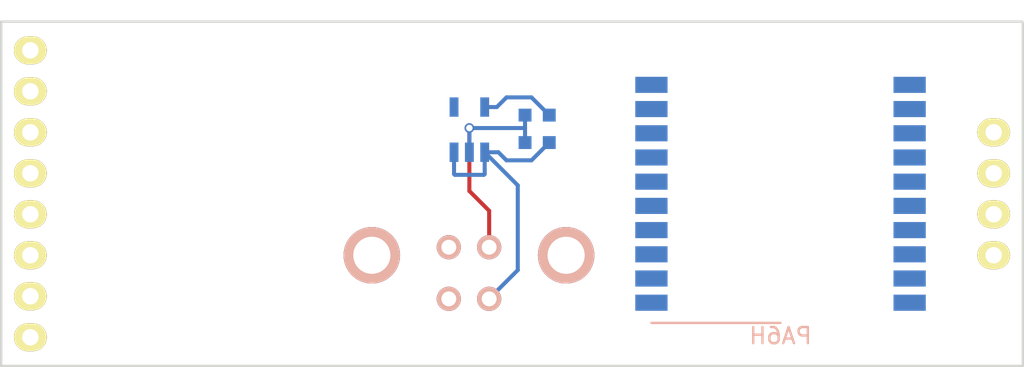
<source format=kicad_pcb>
(kicad_pcb (version 4) (host pcbnew 4.0.7-e2-6376~58~ubuntu16.04.1)

  (general
    (links 0)
    (no_connects 0)
    (area 83.622999 71.529 147.263001 94.939001)
    (thickness 1.6)
    (drawings 5)
    (tracks 27)
    (zones 0)
    (modules 7)
    (nets 1)
  )

  (page A4)
  (layers
    (0 F.Cu signal)
    (31 B.Cu signal)
    (32 B.Adhes user)
    (33 F.Adhes user)
    (34 B.Paste user)
    (35 F.Paste user)
    (36 B.SilkS user)
    (37 F.SilkS user)
    (38 B.Mask user)
    (39 F.Mask user)
    (40 Dwgs.User user)
    (41 Cmts.User user)
    (42 Eco1.User user)
    (43 Eco2.User user)
    (44 Edge.Cuts user)
    (45 Margin user)
    (46 B.CrtYd user)
    (47 F.CrtYd user)
    (48 B.Fab user)
    (49 F.Fab user)
  )

  (setup
    (last_trace_width 0.25)
    (trace_clearance 0.2)
    (zone_clearance 0.508)
    (zone_45_only no)
    (trace_min 0.2)
    (segment_width 0.2)
    (edge_width 0.15)
    (via_size 0.6)
    (via_drill 0.4)
    (via_min_size 0.4)
    (via_min_drill 0.3)
    (uvia_size 0.3)
    (uvia_drill 0.1)
    (uvias_allowed no)
    (uvia_min_size 0.2)
    (uvia_min_drill 0.1)
    (pcb_text_width 0.3)
    (pcb_text_size 1.5 1.5)
    (mod_edge_width 0.15)
    (mod_text_size 1 1)
    (mod_text_width 0.15)
    (pad_size 1.524 1.524)
    (pad_drill 0.762)
    (pad_to_mask_clearance 0.2)
    (aux_axis_origin 0 0)
    (visible_elements FFFFFF7F)
    (pcbplotparams
      (layerselection 0x00030_80000001)
      (usegerberextensions false)
      (excludeedgelayer true)
      (linewidth 0.100000)
      (plotframeref false)
      (viasonmask false)
      (mode 1)
      (useauxorigin false)
      (hpglpennumber 1)
      (hpglpenspeed 20)
      (hpglpendiameter 15)
      (hpglpenoverlay 2)
      (psnegative false)
      (psa4output false)
      (plotreference true)
      (plotvalue true)
      (plotinvisibletext false)
      (padsonsilk false)
      (subtractmaskfromsilk false)
      (outputformat 1)
      (mirror false)
      (drillshape 1)
      (scaleselection 1)
      (outputdirectory ""))
  )

  (net 0 "")

  (net_class Default "This is the default net class."
    (clearance 0.2)
    (trace_width 0.25)
    (via_dia 0.6)
    (via_drill 0.4)
    (uvia_dia 0.3)
    (uvia_drill 0.1)
  )

  (module 00my_modules:Wurth_61400413321_usb (layer B.Cu) (tedit 0) (tstamp 5B061CFA)
    (at 112.776 87.884)
    (descr Wurth_61400413321)
    (tags usb)
    (fp_text reference "" (at 0 1) (layer B.SilkS)
      (effects (font (size 0.5 0.5) (thickness 0.01)) (justify mirror))
    )
    (fp_text value "" (at 0 -1) (layer B.Fab)
      (effects (font (size 0.5 0.5) (thickness 0.01)) (justify mirror))
    )
    (fp_text user USB (at 0 0.9) (layer B.Fab)
      (effects (font (size 1 1) (thickness 0.15)) (justify mirror))
    )
    (fp_line (start -6.1 -4.72) (end -6.1 6.48) (layer B.CrtYd) (width 0.05))
    (fp_line (start 6.1 -4.72) (end 6.1 6.48) (layer B.CrtYd) (width 0.05))
    (fp_line (start -6.1 6.48) (end 6.1 6.48) (layer B.CrtYd) (width 0.05))
    (fp_line (start -6.1 -4.72) (end 6.1 -4.72) (layer B.CrtYd) (width 0.05))
    (pad V thru_hole circle (at 1.25 2.7) (size 1.5 1.5) (drill 0.92) (layers *.Cu *.Mask B.SilkS))
    (pad - thru_hole circle (at -1.25 2.7) (size 1.5 1.5) (drill 0.92) (layers *.Cu *.Mask B.SilkS))
    (pad + thru_hole circle (at -1.25 -0.5) (size 1.5 1.5) (drill 0.92) (layers *.Cu *.Mask B.SilkS))
    (pad G thru_hole circle (at 1.25 -0.5) (size 1.5 1.5) (drill 0.92) (layers *.Cu *.Mask B.SilkS))
    (pad X thru_hole circle (at 6.02 0) (size 3.5 3.5) (drill 2.3) (layers *.Cu *.Mask B.SilkS))
    (pad X thru_hole circle (at -6.02 0) (size 3.5 3.5) (drill 2.3) (layers *.Cu *.Mask B.SilkS))
  )

  (module 00my_modules:R_0603 (layer B.Cu) (tedit 5B061CA7) (tstamp 5B06230F)
    (at 117 79.2)
    (descr R0603)
    (tags "resistor capacitor led 0603")
    (attr smd)
    (fp_text reference "" (at 0 0) (layer B.SilkS)
      (effects (font (size 0.5 0.5) (thickness 0.1)) (justify mirror))
    )
    (fp_text value C (at 0 0) (layer B.Fab)
      (effects (font (size 0.5 0.5) (thickness 0.01)) (justify mirror))
    )
    (fp_line (start -1.2 0.45) (end 1.2 0.45) (layer B.CrtYd) (width 0.01))
    (fp_line (start -1.2 -0.45) (end 1.2 -0.45) (layer B.CrtYd) (width 0.01))
    (fp_line (start -1.2 0.45) (end -1.2 -0.45) (layer B.CrtYd) (width 0.01))
    (fp_line (start 1.2 0.45) (end 1.2 -0.45) (layer B.CrtYd) (width 0.01))
    (pad 1 smd rect (at -0.75 0) (size 0.8 0.8) (layers B.Cu B.Paste B.Mask))
    (pad 2 smd rect (at 0.75 0) (size 0.8 0.8) (layers B.Cu B.Paste B.Mask))
  )

  (module 00my_modules:Pin_Header_Straight_1x08 (layer F.Cu) (tedit 0) (tstamp 5AE919B3)
    (at 85.598 75.184)
    (descr "Through hole pin header")
    (tags "pin header")
    (fp_text reference "" (at 0 -2.4) (layer F.SilkS)
      (effects (font (size 0.5 0.5) (thickness 0.01)))
    )
    (fp_text value "" (at 0 -3.1) (layer F.Fab)
      (effects (font (size 0.5 0.5) (thickness 0.01)))
    )
    (fp_line (start -1.75 -1.75) (end -1.75 19.53) (layer F.CrtYd) (width 0.05))
    (fp_line (start 1.75 -1.75) (end 1.75 19.53) (layer F.CrtYd) (width 0.05))
    (fp_line (start -1.75 -1.75) (end 1.75 -1.75) (layer F.CrtYd) (width 0.05))
    (fp_line (start -1.75 19.53) (end 1.75 19.53) (layer F.CrtYd) (width 0.05))
    (pad 1 thru_hole oval (at 0 0) (size 2.032 1.7272) (drill 1.016) (layers *.Cu *.Mask F.SilkS))
    (pad 2 thru_hole oval (at 0 2.54) (size 2.032 1.7272) (drill 1.016) (layers *.Cu *.Mask F.SilkS))
    (pad 3 thru_hole oval (at 0 5.08) (size 2.032 1.7272) (drill 1.016) (layers *.Cu *.Mask F.SilkS))
    (pad 4 thru_hole oval (at 0 7.62) (size 2.032 1.7272) (drill 1.016) (layers *.Cu *.Mask F.SilkS))
    (pad 5 thru_hole oval (at 0 10.16) (size 2.032 1.7272) (drill 1.016) (layers *.Cu *.Mask F.SilkS))
    (pad 6 thru_hole oval (at 0 12.7) (size 2.032 1.7272) (drill 1.016) (layers *.Cu *.Mask F.SilkS))
    (pad 7 thru_hole oval (at 0 15.24) (size 2.032 1.7272) (drill 1.016) (layers *.Cu *.Mask F.SilkS))
    (pad 8 thru_hole oval (at 0 17.78) (size 2.032 1.7272) (drill 1.016) (layers *.Cu *.Mask F.SilkS))
  )

  (module 00my_modules:Pin_Header_Straight_1x04 (layer F.Cu) (tedit 0) (tstamp 5AE9170B)
    (at 145.288 80.264)
    (descr "Through hole pin header")
    (tags "pin header")
    (fp_text reference "" (at 0 -2.4) (layer F.SilkS)
      (effects (font (size 0.5 0.5) (thickness 0.01)))
    )
    (fp_text value "" (at 0 -3.1) (layer F.Fab)
      (effects (font (size 0.5 0.5) (thickness 0.01)))
    )
    (fp_line (start -1.75 -1.75) (end -1.75 9.37) (layer F.CrtYd) (width 0.05))
    (fp_line (start 1.75 -1.75) (end 1.75 9.37) (layer F.CrtYd) (width 0.05))
    (fp_line (start -1.75 -1.75) (end 1.75 -1.75) (layer F.CrtYd) (width 0.05))
    (fp_line (start -1.75 9.37) (end 1.75 9.37) (layer F.CrtYd) (width 0.05))
    (pad 1 thru_hole oval (at 0 0) (size 2.032 1.7272) (drill 1.016) (layers *.Cu *.Mask F.SilkS))
    (pad 2 thru_hole oval (at 0 2.54) (size 2.032 1.7272) (drill 1.016) (layers *.Cu *.Mask F.SilkS))
    (pad 3 thru_hole oval (at 0 5.08) (size 2.032 1.7272) (drill 1.016) (layers *.Cu *.Mask F.SilkS))
    (pad 4 thru_hole oval (at 0 7.62) (size 2.032 1.7272) (drill 1.016) (layers *.Cu *.Mask F.SilkS))
  )

  (module 00my_modules:PA6H (layer B.Cu) (tedit 5415CC62) (tstamp 5B06193E)
    (at 132.08 84.074)
    (descr PA6H)
    (tags "PA6H gps")
    (fp_text reference PA6H (at 0 8.8) (layer B.SilkS)
      (effects (font (size 1 1) (thickness 0.15)) (justify mirror))
    )
    (fp_text value GPS (at 0 7) (layer B.Fab)
      (effects (font (size 1 1) (thickness 0.15)) (justify mirror))
    )
    (fp_line (start -8 8) (end -8 -8) (layer B.CrtYd) (width 0.05))
    (fp_line (start 8 8) (end 8 -8) (layer B.CrtYd) (width 0.05))
    (fp_line (start -8 8) (end 8 8) (layer B.CrtYd) (width 0.05))
    (fp_line (start -8 -8) (end 8 -8) (layer B.CrtYd) (width 0.05))
    (fp_line (start -8 8) (end 0 8) (layer B.SilkS) (width 0.15))
    (pad VCC smd rect (at -8 6.75) (size 2 1) (layers B.Cu B.Paste B.Mask))
    (pad 2 smd rect (at -8 5.25) (size 2 1) (layers B.Cu B.Paste B.Mask))
    (pad GND smd rect (at -8 3.75) (size 2 1) (layers B.Cu B.Paste B.Mask))
    (pad 4 smd rect (at -8 2.25) (size 2 1) (layers B.Cu B.Paste B.Mask))
    (pad 5 smd rect (at -8 0.75) (size 2 1) (layers B.Cu B.Paste B.Mask))
    (pad 6 smd rect (at -8 -0.75) (size 2 1) (layers B.Cu B.Paste B.Mask))
    (pad 7 smd rect (at -8 -2.25) (size 2 1) (layers B.Cu B.Paste B.Mask))
    (pad 8 smd rect (at -8 -3.75) (size 2 1) (layers B.Cu B.Paste B.Mask))
    (pad TX smd rect (at -8 -5.25) (size 2 1) (layers B.Cu B.Paste B.Mask))
    (pad RX smd rect (at -8 -6.75) (size 2 1) (layers B.Cu B.Paste B.Mask))
    (pad 11 smd rect (at 8 -6.75) (size 2 1) (layers B.Cu B.Paste B.Mask))
    (pad 12 smd rect (at 8 -5.25) (size 2 1) (layers B.Cu B.Paste B.Mask))
    (pad 13 smd rect (at 8 -3.75) (size 2 1) (layers B.Cu B.Paste B.Mask))
    (pad 14 smd rect (at 8 -2.25) (size 2 1) (layers B.Cu B.Paste B.Mask))
    (pad 15 smd rect (at 8 -0.75) (size 2 1) (layers B.Cu B.Paste B.Mask))
    (pad 16 smd rect (at 8 0.75) (size 2 1) (layers B.Cu B.Paste B.Mask))
    (pad 17 smd rect (at 8 2.25) (size 2 1) (layers B.Cu B.Paste B.Mask))
    (pad 18 smd rect (at 8 3.75) (size 2 1) (layers B.Cu B.Paste B.Mask))
    (pad 19 smd rect (at 8 5.25) (size 2 1) (layers B.Cu B.Paste B.Mask))
    (pad 20 smd rect (at 8 6.75) (size 2 1) (layers B.Cu B.Paste B.Mask))
  )

  (module 00my_modules:AP2112 (layer B.Cu) (tedit 58CE4E80) (tstamp 5B061F9D)
    (at 112.8 80.1 90)
    (descr SOT25)
    (tags SOT25)
    (attr smd)
    (fp_text reference "" (at 0 2.5 90) (layer B.SilkS)
      (effects (font (size 1 1) (thickness 0.15)) (justify mirror))
    )
    (fp_text value "" (at 0 -2.05 90) (layer B.Fab)
      (effects (font (size 0.5 0.5) (thickness 0.01)) (justify mirror))
    )
    (fp_text user SOT25 (at 0 0 360) (layer B.Fab)
      (effects (font (size 0.5 0.5) (thickness 0.01)) (justify mirror))
    )
    (fp_line (start -0.8 1.5) (end 0.8 1.5) (layer B.Fab) (width 0.01))
    (fp_line (start -0.8 -1.5) (end 0.8 -1.5) (layer B.Fab) (width 0.01))
    (fp_line (start -0.8 1.5) (end -0.8 -1.5) (layer B.Fab) (width 0.01))
    (fp_line (start 0.8 1.5) (end 0.8 -1.5) (layer B.Fab) (width 0.01))
    (fp_line (start -0.8 1.5) (end -0.8 -1.5) (layer B.Fab) (width 0.01))
    (fp_line (start 0.8 1.5) (end 0.8 -1.5) (layer B.Fab) (width 0.01))
    (fp_line (start -2.3 1.7) (end 2.3 1.7) (layer B.CrtYd) (width 0.01))
    (fp_line (start -2.3 1.7) (end -2.3 -1.7) (layer B.CrtYd) (width 0.01))
    (fp_line (start 2.3 -1.7) (end 2.3 1.7) (layer B.CrtYd) (width 0.01))
    (fp_line (start 2.3 -1.7) (end -2.3 -1.7) (layer B.CrtYd) (width 0.01))
    (pad VIN smd rect (at -1.4 0.95 90) (size 1.2 0.55) (layers B.Cu B.Paste B.Mask))
    (pad GND smd rect (at -1.4 0 90) (size 1.2 0.55) (layers B.Cu B.Paste B.Mask))
    (pad EN smd rect (at -1.4 -0.95 90) (size 1.2 0.55) (layers B.Cu B.Paste B.Mask))
    (pad NC smd rect (at 1.4 -0.95 90) (size 1.2 0.55) (layers B.Cu B.Paste B.Mask))
    (pad VOUT smd rect (at 1.4 0.95 90) (size 1.2 0.55) (layers B.Cu B.Paste B.Mask))
  )

  (module 00my_modules:R_0603 (layer B.Cu) (tedit 5B061CA7) (tstamp 5B0622E8)
    (at 117 80.9)
    (descr R0603)
    (tags "resistor capacitor led 0603")
    (attr smd)
    (fp_text reference "" (at 0 0) (layer B.SilkS)
      (effects (font (size 0.5 0.5) (thickness 0.1)) (justify mirror))
    )
    (fp_text value C (at 0 0) (layer B.Fab)
      (effects (font (size 0.5 0.5) (thickness 0.01)) (justify mirror))
    )
    (fp_line (start -1.2 0.45) (end 1.2 0.45) (layer B.CrtYd) (width 0.01))
    (fp_line (start -1.2 -0.45) (end 1.2 -0.45) (layer B.CrtYd) (width 0.01))
    (fp_line (start -1.2 0.45) (end -1.2 -0.45) (layer B.CrtYd) (width 0.01))
    (fp_line (start 1.2 0.45) (end 1.2 -0.45) (layer B.CrtYd) (width 0.01))
    (pad 1 smd rect (at -0.75 0) (size 0.8 0.8) (layers B.Cu B.Paste B.Mask))
    (pad 2 smd rect (at 0.75 0) (size 0.8 0.8) (layers B.Cu B.Paste B.Mask))
  )

  (gr_line (start 83.792 73.406) (end 83.792 94.742) (angle 90) (layer Edge.Cuts) (width 0.15))
  (gr_line (start 147.094 84.074) (end 147.094 94.742) (angle 90) (layer Edge.Cuts) (width 0.15))
  (gr_line (start 147.094 84.174) (end 147.094 73.506) (angle 90) (layer Edge.Cuts) (width 0.15))
  (gr_line (start 83.82 73.406) (end 147.066 73.406) (angle 90) (layer Edge.Cuts) (width 0.15))
  (gr_line (start 83.82 94.742) (end 147.066 94.742) (angle 90) (layer Edge.Cuts) (width 0.15))

  (segment (start 114.026 90.574) (end 115.8 88.8) (width 0.25) (layer B.Cu) (net 0) (tstamp 5B06203C))
  (segment (start 115.8 83.55) (end 113.75 81.5) (width 0.25) (layer B.Cu) (net 0) (tstamp 5B06203F))
  (segment (start 115.8 88.8) (end 115.8 83.55) (width 0.25) (layer B.Cu) (net 0) (tstamp 5B06203D))
  (segment (start 114.026 87.384) (end 114.026 85.126) (width 0.25) (layer F.Cu) (net 0))
  (segment (start 114.026 85.126) (end 112.8 83.9) (width 0.25) (layer F.Cu) (net 0) (tstamp 5B062034))
  (segment (start 112.8 83.9) (end 112.8 80) (width 0.25) (layer F.Cu) (net 0) (tstamp 5B062036))
  (via (at 112.8 80) (size 0.6) (drill 0.4) (layers F.Cu B.Cu) (net 0))
  (segment (start 114.026 87.384) (end 114.516 87.384) (width 0.25) (layer F.Cu) (net 0))
  (segment (start 113.75 81.5) (end 114.6 81.5) (width 0.25) (layer B.Cu) (net 0))
  (segment (start 116.65 82) (end 117.75 80.9) (width 0.25) (layer B.Cu) (net 0) (tstamp 5B062330))
  (segment (start 115.1 82) (end 116.65 82) (width 0.25) (layer B.Cu) (net 0) (tstamp 5B06232F))
  (segment (start 114.6 81.5) (end 115.1 82) (width 0.25) (layer B.Cu) (net 0) (tstamp 5B06232E))
  (segment (start 113.75 78.7) (end 114.5 78.7) (width 0.25) (layer B.Cu) (net 0))
  (segment (start 116.65 78.1) (end 117.75 79.2) (width 0.25) (layer B.Cu) (net 0) (tstamp 5B06232B))
  (segment (start 115.1 78.1) (end 116.65 78.1) (width 0.25) (layer B.Cu) (net 0) (tstamp 5B06232A))
  (segment (start 114.5 78.7) (end 115.1 78.1) (width 0.25) (layer B.Cu) (net 0) (tstamp 5B062329))
  (segment (start 112.8 80) (end 116.25 80) (width 0.25) (layer B.Cu) (net 0))
  (segment (start 116.25 79.2) (end 116.25 80) (width 0.25) (layer B.Cu) (net 0))
  (segment (start 116.25 80) (end 116.25 80.9) (width 0.25) (layer B.Cu) (net 0) (tstamp 5B062327))
  (segment (start 114.026 87.384) (end 114.084 87.384) (width 0.25) (layer F.Cu) (net 0))
  (segment (start 113.75 81.5) (end 113.75 82.85) (width 0.25) (layer B.Cu) (net 0))
  (segment (start 111.85 82.85) (end 111.85 81.5) (width 0.25) (layer B.Cu) (net 0) (tstamp 5B062045))
  (segment (start 111.9 82.9) (end 111.85 82.85) (width 0.25) (layer B.Cu) (net 0) (tstamp 5B062044))
  (segment (start 113.7 82.9) (end 111.9 82.9) (width 0.25) (layer B.Cu) (net 0) (tstamp 5B062043))
  (segment (start 113.75 82.85) (end 113.7 82.9) (width 0.25) (layer B.Cu) (net 0) (tstamp 5B062042))
  (segment (start 114.026 90.584) (end 114.026 90.574) (width 0.25) (layer B.Cu) (net 0))
  (segment (start 112.8 80) (end 112.8 81.5) (width 0.25) (layer B.Cu) (net 0) (tstamp 5B062039))

)

</source>
